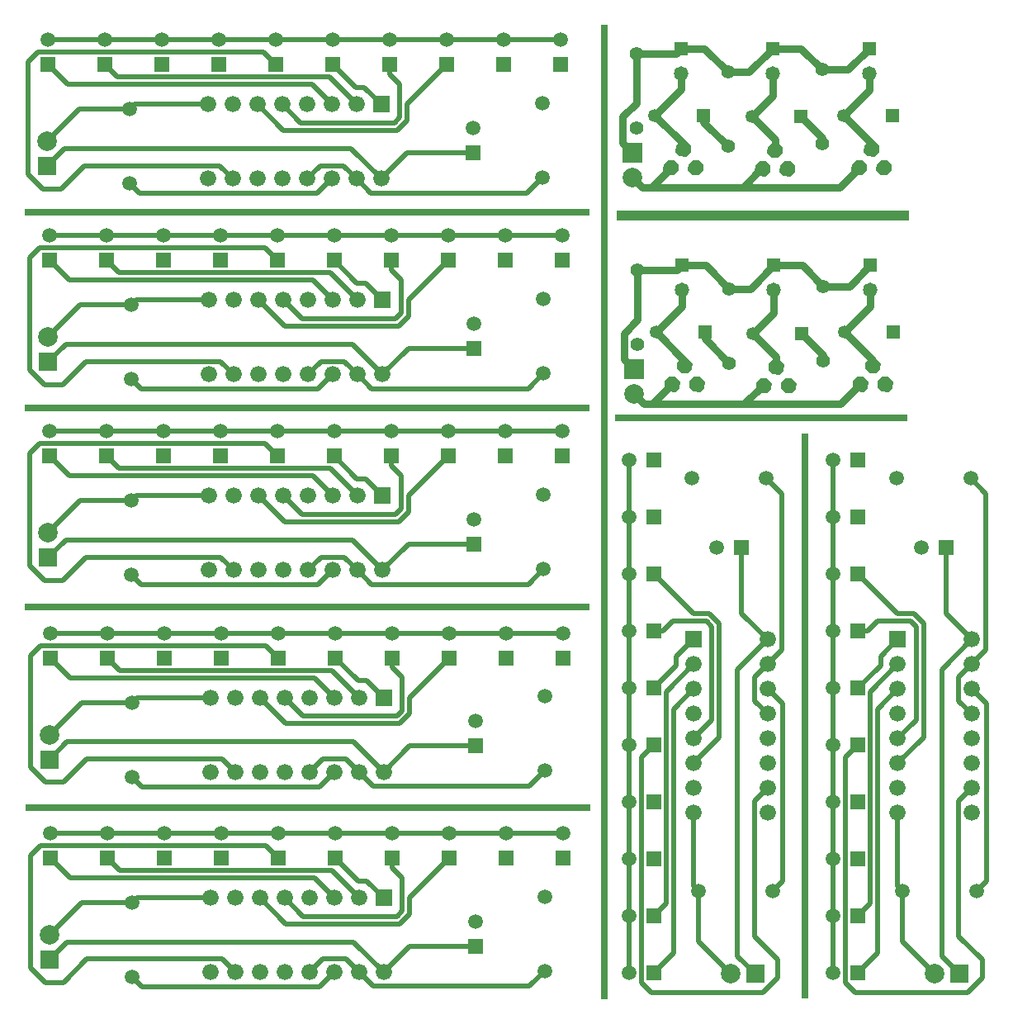
<source format=gbl>
G04 Layer_Physical_Order=2*
G04 Layer_Color=16711680*
%FSLAX25Y25*%
%MOIN*%
G70*
G01*
G75*
%ADD10C,0.03000*%
%ADD11C,0.02000*%
%ADD12R,1.18110X0.03937*%
%ADD13C,0.05512*%
%ADD14C,0.05905*%
%ADD15R,0.07874X0.07874*%
%ADD16C,0.07874*%
%ADD17R,0.05827X0.05827*%
%ADD18C,0.05827*%
%ADD19C,0.05315*%
%ADD20R,0.05315X0.05315*%
%ADD21R,1.18110X0.02756*%
%ADD22R,0.02756X2.28347*%
%ADD23R,0.02756X3.93701*%
%ADD24R,2.28347X0.02756*%
%ADD25R,0.05905X0.05905*%
%ADD26R,0.06600X0.06600*%
%ADD27C,0.06600*%
%ADD28R,0.07480X0.07480*%
%ADD29R,0.05905X0.05905*%
%ADD30R,0.06600X0.06600*%
%ADD31R,0.07480X0.07480*%
G36*
X347363Y349491D02*
X349069Y347629D01*
X348959Y345105D01*
X347097Y343399D01*
X344574Y343509D01*
X342867Y345371D01*
X342978Y347895D01*
X344840Y349601D01*
X347363Y349491D01*
D02*
G37*
G36*
X271363D02*
X273070Y347629D01*
X272959Y345105D01*
X271097Y343399D01*
X268574Y343509D01*
X266867Y345371D01*
X266978Y347895D01*
X268840Y349601D01*
X271363Y349491D01*
D02*
G37*
G36*
X308363Y348991D02*
X310069Y347129D01*
X309959Y344605D01*
X308097Y342899D01*
X305574Y343009D01*
X303868Y344871D01*
X303978Y347395D01*
X305840Y349101D01*
X308363Y348991D01*
D02*
G37*
G36*
X352363Y341991D02*
X354069Y340129D01*
X353959Y337605D01*
X352097Y335899D01*
X349574Y336009D01*
X347867Y337871D01*
X347978Y340395D01*
X349840Y342101D01*
X352363Y341991D01*
D02*
G37*
G36*
X342363D02*
X344070Y340129D01*
X343959Y337605D01*
X342097Y335899D01*
X339574Y336009D01*
X337867Y337871D01*
X337978Y340395D01*
X339840Y342101D01*
X342363Y341991D01*
D02*
G37*
G36*
X276363D02*
X278069Y340129D01*
X277959Y337605D01*
X276097Y335899D01*
X273574Y336009D01*
X271867Y337871D01*
X271978Y340395D01*
X273840Y342101D01*
X276363Y341991D01*
D02*
G37*
G36*
X266363D02*
X268070Y340129D01*
X267959Y337605D01*
X266097Y335899D01*
X263574Y336009D01*
X261867Y337871D01*
X261978Y340395D01*
X263840Y342101D01*
X266363Y341991D01*
D02*
G37*
G36*
X313363Y341491D02*
X315070Y339629D01*
X314959Y337105D01*
X313097Y335399D01*
X310574Y335509D01*
X308868Y337371D01*
X308978Y339895D01*
X310840Y341601D01*
X313363Y341491D01*
D02*
G37*
G36*
X303363D02*
X305069Y339629D01*
X304959Y337105D01*
X303097Y335399D01*
X300574Y335509D01*
X298868Y337371D01*
X298978Y339895D01*
X300840Y341601D01*
X303363Y341491D01*
D02*
G37*
G36*
X347895Y261991D02*
X349601Y260129D01*
X349491Y257605D01*
X347629Y255899D01*
X345105Y256009D01*
X343399Y257871D01*
X343509Y260395D01*
X345371Y262101D01*
X347895Y261991D01*
D02*
G37*
G36*
X271895D02*
X273601Y260129D01*
X273491Y257605D01*
X271629Y255899D01*
X269105Y256009D01*
X267399Y257871D01*
X267509Y260395D01*
X269371Y262101D01*
X271895Y261991D01*
D02*
G37*
G36*
X308895Y261491D02*
X310601Y259629D01*
X310491Y257105D01*
X308629Y255399D01*
X306105Y255509D01*
X304399Y257371D01*
X304509Y259895D01*
X306371Y261601D01*
X308895Y261491D01*
D02*
G37*
G36*
X352895Y254491D02*
X354601Y252629D01*
X354491Y250105D01*
X352629Y248399D01*
X350105Y248509D01*
X348399Y250371D01*
X348509Y252895D01*
X350371Y254601D01*
X352895Y254491D01*
D02*
G37*
G36*
X342895D02*
X344601Y252629D01*
X344491Y250105D01*
X342629Y248399D01*
X340105Y248509D01*
X338399Y250371D01*
X338509Y252895D01*
X340371Y254601D01*
X342895Y254491D01*
D02*
G37*
G36*
X276895D02*
X278601Y252629D01*
X278491Y250105D01*
X276629Y248399D01*
X274105Y248509D01*
X272399Y250371D01*
X272509Y252895D01*
X274371Y254601D01*
X276895Y254491D01*
D02*
G37*
G36*
X266895D02*
X268601Y252629D01*
X268491Y250105D01*
X266629Y248399D01*
X264105Y248509D01*
X262399Y250371D01*
X262509Y252895D01*
X264371Y254601D01*
X266895Y254491D01*
D02*
G37*
G36*
X313895Y253991D02*
X315601Y252129D01*
X315491Y249605D01*
X313629Y247899D01*
X311105Y248009D01*
X309399Y249871D01*
X309509Y252395D01*
X311371Y254101D01*
X313895Y253991D01*
D02*
G37*
G36*
X303895D02*
X305601Y252129D01*
X305491Y249605D01*
X303629Y247899D01*
X301105Y248009D01*
X299399Y249871D01*
X299509Y252395D01*
X301371Y254101D01*
X303895Y253991D01*
D02*
G37*
D10*
X325969Y348500D02*
Y350842D01*
X317311Y359500D02*
X325969Y350842D01*
X278153Y357315D02*
X287968Y347500D01*
X278153Y357315D02*
Y360000D01*
X245468Y349000D02*
X249468Y345000D01*
X245468Y349000D02*
Y359500D01*
X250969Y365000D01*
Y385000D01*
X336469Y378500D02*
X344969Y387000D01*
X325969Y378500D02*
X336469D01*
X317469Y387000D02*
X325969Y378500D01*
X305968Y387000D02*
X317469D01*
X296468Y377500D02*
X305968Y387000D01*
X287968Y377500D02*
X296468D01*
X278468Y387000D02*
X287968Y377500D01*
X268969Y387000D02*
X278468D01*
X266968Y385000D02*
X268969Y387000D01*
X250969Y385000D02*
X266968D01*
X256968Y331000D02*
X293969D01*
X253468D02*
X256968D01*
X264968Y339000D01*
X293969Y331000D02*
X332968D01*
X293969D02*
X301468Y338500D01*
X301969D01*
X332968Y331000D02*
X340968Y339000D01*
X249468Y335000D02*
X253468Y331000D01*
X345969Y346500D02*
Y348657D01*
X334626Y360000D02*
X345969Y348657D01*
X306968Y346000D02*
Y350157D01*
X297626Y359500D02*
X306968Y350157D01*
X269969Y346500D02*
Y348500D01*
X258469Y360000D02*
X269969Y348500D01*
X334626Y360000D02*
X344969Y370342D01*
Y377000D01*
X297626Y359500D02*
X305968Y367843D01*
Y377000D01*
X258469Y360000D02*
X268969Y370500D01*
Y377000D01*
X269500Y283000D02*
Y289500D01*
X259000Y272500D02*
X269500Y283000D01*
X306500Y280343D02*
Y289500D01*
X298158Y272000D02*
X306500Y280343D01*
X345500Y282842D02*
Y289500D01*
X335157Y272500D02*
X345500Y282842D01*
X259000Y272500D02*
X270500Y261000D01*
Y259000D02*
Y261000D01*
X298158Y272000D02*
X307500Y262657D01*
Y258500D02*
Y262657D01*
X335157Y272500D02*
X346500Y261157D01*
Y259000D02*
Y261157D01*
X250000Y247500D02*
X254000Y243500D01*
X333500D02*
X341500Y251500D01*
X302000Y251000D02*
X302500D01*
X294500Y243500D02*
X302000Y251000D01*
X294500Y243500D02*
X333500D01*
X257500D02*
X265500Y251500D01*
X254000Y243500D02*
X257500D01*
X294500D01*
X251500Y297500D02*
X267500D01*
X269500Y299500D01*
X279000D01*
X288500Y290000D01*
X297000D01*
X306500Y299500D01*
X318000D01*
X326500Y291000D01*
X337000D01*
X345500Y299500D01*
X251500Y277500D02*
Y297500D01*
X246000Y272000D02*
X251500Y277500D01*
X246000Y261500D02*
Y272000D01*
Y261500D02*
X250000Y257500D01*
X278685Y269815D02*
Y272500D01*
Y269815D02*
X288500Y260000D01*
X317843Y272000D02*
X326500Y263342D01*
Y261000D02*
Y263342D01*
D11*
X356500Y49000D02*
Y78500D01*
X330500Y83000D02*
Y106000D01*
Y60000D02*
Y83000D01*
Y106000D02*
Y129000D01*
Y37000D02*
Y60000D01*
Y129000D02*
Y152000D01*
Y175000D01*
Y198000D01*
Y221000D01*
Y14000D02*
Y37000D01*
X381200Y123800D02*
X386500Y118500D01*
X381200Y123800D02*
Y133200D01*
X386500Y138500D01*
X348453Y120453D02*
X356500Y128500D01*
X348453Y21953D02*
Y120453D01*
X340500Y14000D02*
X348453Y21953D01*
X376000Y159000D02*
X386500Y148500D01*
X376000Y159000D02*
Y185500D01*
X340500Y152000D02*
X344300D01*
X358500Y26500D02*
X371500Y13500D01*
X358500Y26500D02*
Y47000D01*
X374300Y20700D02*
X381500Y13500D01*
X374300Y20700D02*
Y136300D01*
X386500Y148500D01*
X349600Y141600D02*
X356500Y148500D01*
X349600Y138100D02*
Y141600D01*
X340500Y129000D02*
X349600Y138100D01*
X335500Y101000D02*
X340500Y106000D01*
X335500Y10000D02*
Y101000D01*
X390600Y12000D02*
Y19300D01*
X381200Y28700D02*
X390600Y19300D01*
X381200Y28700D02*
Y83200D01*
X386500Y88500D01*
X340500Y37000D02*
X345453Y41953D01*
Y127453D01*
X356500Y138500D01*
X388500Y47000D02*
X392500Y51000D01*
Y122500D01*
X386500Y128500D02*
X392500Y122500D01*
X386000Y213500D02*
X392200Y207300D01*
Y144200D02*
Y207300D01*
X386500Y138500D02*
X392200Y144200D01*
X356500Y98500D02*
X367000Y109000D01*
X340500Y175000D02*
X356500Y159000D01*
X363000D01*
X367000Y155000D01*
Y109000D02*
Y155000D01*
X356500Y108500D02*
X364000Y116000D01*
Y153757D01*
X361757Y156000D02*
X364000Y153757D01*
X348300Y156000D02*
X361757D01*
X344300Y152000D02*
X348300Y156000D01*
X356500Y49000D02*
X358500Y47000D01*
X384600Y6000D02*
X390600Y12000D01*
X339500Y6000D02*
X384600D01*
X335500Y10000D02*
X339500Y6000D01*
X274000Y49000D02*
Y78500D01*
X248000Y83000D02*
Y106000D01*
Y60000D02*
Y83000D01*
Y106000D02*
Y129000D01*
Y37000D02*
Y60000D01*
Y129000D02*
Y152000D01*
Y175000D01*
Y198000D01*
Y221000D01*
Y14000D02*
Y37000D01*
X298700Y123800D02*
X304000Y118500D01*
X298700Y123800D02*
Y133200D01*
X304000Y138500D01*
X265953Y120453D02*
X274000Y128500D01*
X265953Y21953D02*
Y120453D01*
X258000Y14000D02*
X265953Y21953D01*
X293500Y159000D02*
X304000Y148500D01*
X293500Y159000D02*
Y185500D01*
X258000Y152000D02*
X261800D01*
X276000Y26500D02*
X289000Y13500D01*
X276000Y26500D02*
Y47000D01*
X291800Y20700D02*
X299000Y13500D01*
X291800Y20700D02*
Y136300D01*
X304000Y148500D01*
X267100Y141600D02*
X274000Y148500D01*
X267100Y138100D02*
Y141600D01*
X258000Y129000D02*
X267100Y138100D01*
X253000Y101000D02*
X258000Y106000D01*
X253000Y10000D02*
Y101000D01*
X308100Y12000D02*
Y19300D01*
X298700Y28700D02*
X308100Y19300D01*
X298700Y28700D02*
Y83200D01*
X304000Y88500D01*
X258000Y37000D02*
X262953Y41953D01*
Y127453D01*
X274000Y138500D01*
X306000Y47000D02*
X310000Y51000D01*
Y122500D01*
X304000Y128500D02*
X310000Y122500D01*
X303500Y213500D02*
X309700Y207300D01*
Y144200D02*
Y207300D01*
X304000Y138500D02*
X309700Y144200D01*
X274000Y98500D02*
X284500Y109000D01*
X258000Y175000D02*
X274000Y159000D01*
X280500D01*
X284500Y155000D01*
Y109000D02*
Y155000D01*
X274000Y108500D02*
X281500Y116000D01*
Y153757D01*
X279257Y156000D02*
X281500Y153757D01*
X265800Y156000D02*
X279257D01*
X261800Y152000D02*
X265800Y156000D01*
X274000Y49000D02*
X276000Y47000D01*
X302100Y6000D02*
X308100Y12000D01*
X257000Y6000D02*
X302100D01*
X253000Y10000D02*
X257000Y6000D01*
X49500Y125000D02*
X79000D01*
X83500Y151000D02*
X106500D01*
X60500D02*
X83500D01*
X106500D02*
X129500D01*
X37500D02*
X60500D01*
X129500D02*
X152500D01*
X175500D01*
X198500D01*
X221500D01*
X14500D02*
X37500D01*
X119000Y95000D02*
X124300Y100300D01*
X133700D01*
X139000Y95000D01*
X120953Y133047D02*
X129000Y125000D01*
X22453Y133047D02*
X120953D01*
X14500Y141000D02*
X22453Y133047D01*
X149000Y95000D02*
X159500Y105500D01*
X186000D01*
X152500Y137200D02*
Y141000D01*
X14000Y110000D02*
X27000Y123000D01*
X47500D01*
X14000Y100000D02*
X21200Y107200D01*
X136800D01*
X149000Y95000D01*
X142100Y131900D02*
X149000Y125000D01*
X138600Y131900D02*
X142100D01*
X129500Y141000D02*
X138600Y131900D01*
X101500Y146000D02*
X106500Y141000D01*
X10500Y146000D02*
X101500D01*
X12500Y90900D02*
X19800D01*
X29200Y100300D01*
X83700D01*
X89000Y95000D01*
X37500Y141000D02*
X42453Y136047D01*
X127953D01*
X139000Y125000D01*
X47500Y93000D02*
X51500Y89000D01*
X123000D01*
X129000Y95000D01*
X207800Y89300D02*
X214000Y95500D01*
X144700Y89300D02*
X207800D01*
X139000Y95000D02*
X144700Y89300D01*
X99000Y125000D02*
X109500Y114500D01*
X159500Y125000D02*
X175500Y141000D01*
X159500Y118500D02*
Y125000D01*
X155500Y114500D02*
X159500Y118500D01*
X109500Y114500D02*
X155500D01*
X109000Y125000D02*
X116500Y117500D01*
X154257D01*
X156500Y119743D01*
Y133200D01*
X152500Y137200D02*
X156500Y133200D01*
X47500Y123000D02*
X49500Y125000D01*
X6500Y96900D02*
X12500Y90900D01*
X6500Y96900D02*
Y142000D01*
X10500Y146000D01*
X49000Y206500D02*
X78500D01*
X83000Y232500D02*
X106000D01*
X60000D02*
X83000D01*
X106000D02*
X129000D01*
X37000D02*
X60000D01*
X129000D02*
X152000D01*
X175000D01*
X198000D01*
X221000D01*
X14000D02*
X37000D01*
X118500Y176500D02*
X123800Y181800D01*
X133200D01*
X138500Y176500D01*
X120453Y214547D02*
X128500Y206500D01*
X21953Y214547D02*
X120453D01*
X14000Y222500D02*
X21953Y214547D01*
X148500Y176500D02*
X159000Y187000D01*
X185500D01*
X152000Y218700D02*
Y222500D01*
X13500Y191500D02*
X26500Y204500D01*
X47000D01*
X13500Y181500D02*
X20700Y188700D01*
X136300D01*
X148500Y176500D01*
X141600Y213400D02*
X148500Y206500D01*
X138100Y213400D02*
X141600D01*
X129000Y222500D02*
X138100Y213400D01*
X101000Y227500D02*
X106000Y222500D01*
X10000Y227500D02*
X101000D01*
X12000Y172400D02*
X19300D01*
X28700Y181800D01*
X83200D01*
X88500Y176500D01*
X37000Y222500D02*
X41953Y217547D01*
X127453D01*
X138500Y206500D01*
X47000Y174500D02*
X51000Y170500D01*
X122500D01*
X128500Y176500D01*
X207300Y170800D02*
X213500Y177000D01*
X144200Y170800D02*
X207300D01*
X138500Y176500D02*
X144200Y170800D01*
X98500Y206500D02*
X109000Y196000D01*
X159000Y206500D02*
X175000Y222500D01*
X159000Y200000D02*
Y206500D01*
X155000Y196000D02*
X159000Y200000D01*
X109000Y196000D02*
X155000D01*
X108500Y206500D02*
X116000Y199000D01*
X153757D01*
X156000Y201243D01*
Y214700D01*
X152000Y218700D02*
X156000Y214700D01*
X47000Y204500D02*
X49000Y206500D01*
X6000Y178400D02*
X12000Y172400D01*
X6000Y178400D02*
Y223500D01*
X10000Y227500D01*
X49000Y285500D02*
X78500D01*
X83000Y311500D02*
X106000D01*
X60000D02*
X83000D01*
X106000D02*
X129000D01*
X37000D02*
X60000D01*
X129000D02*
X152000D01*
X175000D01*
X198000D01*
X221000D01*
X14000D02*
X37000D01*
X118500Y255500D02*
X123800Y260800D01*
X133200D01*
X138500Y255500D01*
X120453Y293547D02*
X128500Y285500D01*
X21953Y293547D02*
X120453D01*
X14000Y301500D02*
X21953Y293547D01*
X148500Y255500D02*
X159000Y266000D01*
X185500D01*
X152000Y297700D02*
Y301500D01*
X13500Y270500D02*
X26500Y283500D01*
X47000D01*
X13500Y260500D02*
X20700Y267700D01*
X136300D01*
X148500Y255500D01*
X141600Y292400D02*
X148500Y285500D01*
X138100Y292400D02*
X141600D01*
X129000Y301500D02*
X138100Y292400D01*
X101000Y306500D02*
X106000Y301500D01*
X10000Y306500D02*
X101000D01*
X12000Y251400D02*
X19300D01*
X28700Y260800D01*
X83200D01*
X88500Y255500D01*
X37000Y301500D02*
X41953Y296547D01*
X127453D01*
X138500Y285500D01*
X47000Y253500D02*
X51000Y249500D01*
X122500D01*
X128500Y255500D01*
X207300Y249800D02*
X213500Y256000D01*
X144200Y249800D02*
X207300D01*
X138500Y255500D02*
X144200Y249800D01*
X98500Y285500D02*
X109000Y275000D01*
X159000Y285500D02*
X175000Y301500D01*
X159000Y279000D02*
Y285500D01*
X155000Y275000D02*
X159000Y279000D01*
X109000Y275000D02*
X155000D01*
X108500Y285500D02*
X116000Y278000D01*
X153757D01*
X156000Y280243D01*
Y293700D01*
X152000Y297700D02*
X156000Y293700D01*
X47000Y283500D02*
X49000Y285500D01*
X6000Y257400D02*
X12000Y251400D01*
X6000Y257400D02*
Y302500D01*
X10000Y306500D01*
X48500Y364500D02*
X78000D01*
X82500Y390500D02*
X105500D01*
X59500D02*
X82500D01*
X105500D02*
X128500D01*
X36500D02*
X59500D01*
X128500D02*
X151500D01*
X174500D01*
X197500D01*
X220500D01*
X13500D02*
X36500D01*
X118000Y334500D02*
X123300Y339800D01*
X132700D01*
X138000Y334500D01*
X119953Y372547D02*
X128000Y364500D01*
X21453Y372547D02*
X119953D01*
X13500Y380500D02*
X21453Y372547D01*
X148000Y334500D02*
X158500Y345000D01*
X185000D01*
X151500Y376700D02*
Y380500D01*
X13000Y349500D02*
X26000Y362500D01*
X46500D01*
X13000Y339500D02*
X20200Y346700D01*
X135800D01*
X148000Y334500D01*
X141100Y371400D02*
X148000Y364500D01*
X137600Y371400D02*
X141100D01*
X128500Y380500D02*
X137600Y371400D01*
X100500Y385500D02*
X105500Y380500D01*
X9500Y385500D02*
X100500D01*
X11500Y330400D02*
X18800D01*
X28200Y339800D01*
X82700D01*
X88000Y334500D01*
X36500Y380500D02*
X41453Y375547D01*
X126953D01*
X138000Y364500D01*
X46500Y332500D02*
X50500Y328500D01*
X122000D01*
X128000Y334500D01*
X206800Y328800D02*
X213000Y335000D01*
X143700Y328800D02*
X206800D01*
X138000Y334500D02*
X143700Y328800D01*
X98000Y364500D02*
X108500Y354000D01*
X158500Y364500D02*
X174500Y380500D01*
X158500Y358000D02*
Y364500D01*
X154500Y354000D02*
X158500Y358000D01*
X108500Y354000D02*
X154500D01*
X108000Y364500D02*
X115500Y357000D01*
X153257D01*
X155500Y359243D01*
Y372700D01*
X151500Y376700D02*
X155500Y372700D01*
X46500Y362500D02*
X48500Y364500D01*
X5500Y336400D02*
X11500Y330400D01*
X5500Y336400D02*
Y381500D01*
X9500Y385500D01*
X6500Y61197D02*
X10500Y65197D01*
X6500Y16097D02*
Y61197D01*
Y16097D02*
X12500Y10097D01*
X47500Y42197D02*
X49500Y44197D01*
X152500Y56397D02*
X156500Y52397D01*
Y38939D02*
Y52397D01*
X154257Y36697D02*
X156500Y38939D01*
X116500Y36697D02*
X154257D01*
X109000Y44197D02*
X116500Y36697D01*
X109500Y33697D02*
X155500D01*
X159500Y37697D01*
Y44197D01*
X175500Y60197D01*
X99000Y44197D02*
X109500Y33697D01*
X139000Y14197D02*
X144700Y8497D01*
X207800D01*
X214000Y14697D01*
X123000Y8197D02*
X129000Y14197D01*
X51500Y8197D02*
X123000D01*
X47500Y12197D02*
X51500Y8197D01*
X127953Y55244D02*
X139000Y44197D01*
X42453Y55244D02*
X127953D01*
X37500Y60197D02*
X42453Y55244D01*
X83700Y19497D02*
X89000Y14197D01*
X29200Y19497D02*
X83700D01*
X19800Y10097D02*
X29200Y19497D01*
X12500Y10097D02*
X19800D01*
X10500Y65197D02*
X101500D01*
X106500Y60197D01*
X129500D02*
X138600Y51097D01*
X142100D01*
X149000Y44197D01*
X136800Y26397D02*
X149000Y14197D01*
X21200Y26397D02*
X136800D01*
X14000Y19197D02*
X21200Y26397D01*
X27000Y42197D02*
X47500D01*
X14000Y29197D02*
X27000Y42197D01*
X152500Y56397D02*
Y60197D01*
X159500Y24697D02*
X186000D01*
X149000Y14197D02*
X159500Y24697D01*
X14500Y60197D02*
X22453Y52244D01*
X120953D01*
X129000Y44197D01*
X133700Y19497D02*
X139000Y14197D01*
X124300Y19497D02*
X133700D01*
X119000Y14197D02*
X124300Y19497D01*
X14500Y70197D02*
X37500D01*
X198500D02*
X221500D01*
X175500D02*
X198500D01*
X152500D02*
X175500D01*
X129500D02*
X152500D01*
X37500D02*
X60500D01*
X106500D02*
X129500D01*
X60500D02*
X83500D01*
X106500D01*
X49500Y44197D02*
X79000D01*
D12*
X302000Y319500D02*
D03*
D13*
X325969Y378500D02*
D03*
Y348500D02*
D03*
X287968Y377500D02*
D03*
Y347500D02*
D03*
X250969Y385000D02*
D03*
Y355000D02*
D03*
X251500Y297500D02*
D03*
Y267500D02*
D03*
X288500Y290000D02*
D03*
Y260000D02*
D03*
X326500Y291000D02*
D03*
Y261000D02*
D03*
D14*
X350969Y339000D02*
D03*
X345969Y346500D02*
D03*
X340968Y339000D02*
D03*
X311968Y338500D02*
D03*
X306968Y346000D02*
D03*
X301969Y338500D02*
D03*
X274969Y339000D02*
D03*
X269969Y346500D02*
D03*
X264968Y339000D02*
D03*
X275500Y251500D02*
D03*
X270500Y259000D02*
D03*
X265500Y251500D02*
D03*
X312500Y251000D02*
D03*
X307500Y258500D02*
D03*
X302500Y251000D02*
D03*
X351500Y251500D02*
D03*
X346500Y259000D02*
D03*
X341500Y251500D02*
D03*
X388500Y47000D02*
D03*
X358500D02*
D03*
X330500Y14000D02*
D03*
Y37000D02*
D03*
Y60000D02*
D03*
Y83000D02*
D03*
Y106000D02*
D03*
Y129000D02*
D03*
Y152000D02*
D03*
Y175000D02*
D03*
Y198000D02*
D03*
Y221000D02*
D03*
X356000Y213500D02*
D03*
X386000D02*
D03*
X366000Y185500D02*
D03*
X306000Y47000D02*
D03*
X276000D02*
D03*
X248000Y14000D02*
D03*
Y37000D02*
D03*
Y60000D02*
D03*
Y83000D02*
D03*
Y106000D02*
D03*
Y129000D02*
D03*
Y152000D02*
D03*
Y175000D02*
D03*
Y198000D02*
D03*
Y221000D02*
D03*
X273500Y213500D02*
D03*
X303500D02*
D03*
X283500Y185500D02*
D03*
X47500Y93000D02*
D03*
Y123000D02*
D03*
X14500Y151000D02*
D03*
X37500D02*
D03*
X60500D02*
D03*
X83500D02*
D03*
X106500D02*
D03*
X129500D02*
D03*
X152500D02*
D03*
X175500D02*
D03*
X198500D02*
D03*
X221500D02*
D03*
X214000Y125500D02*
D03*
Y95500D02*
D03*
X186000Y115500D02*
D03*
X47000Y174500D02*
D03*
Y204500D02*
D03*
X14000Y232500D02*
D03*
X37000D02*
D03*
X60000D02*
D03*
X83000D02*
D03*
X106000D02*
D03*
X129000D02*
D03*
X152000D02*
D03*
X175000D02*
D03*
X198000D02*
D03*
X221000D02*
D03*
X213500Y207000D02*
D03*
Y177000D02*
D03*
X185500Y197000D02*
D03*
X47000Y253500D02*
D03*
Y283500D02*
D03*
X14000Y311500D02*
D03*
X37000D02*
D03*
X60000D02*
D03*
X83000D02*
D03*
X106000D02*
D03*
X129000D02*
D03*
X152000D02*
D03*
X175000D02*
D03*
X198000D02*
D03*
X221000D02*
D03*
X213500Y286000D02*
D03*
Y256000D02*
D03*
X185500Y276000D02*
D03*
X46500Y332500D02*
D03*
Y362500D02*
D03*
X13500Y390500D02*
D03*
X36500D02*
D03*
X59500D02*
D03*
X82500D02*
D03*
X105500D02*
D03*
X128500D02*
D03*
X151500D02*
D03*
X174500D02*
D03*
X197500D02*
D03*
X220500D02*
D03*
X213000Y365000D02*
D03*
Y335000D02*
D03*
X185000Y355000D02*
D03*
X214000Y44697D02*
D03*
Y14697D02*
D03*
X186000Y34697D02*
D03*
X47500Y12197D02*
D03*
Y42197D02*
D03*
X221500Y70197D02*
D03*
X198500D02*
D03*
X175500D02*
D03*
X152500D02*
D03*
X129500D02*
D03*
X106500D02*
D03*
X83500D02*
D03*
X60500D02*
D03*
X37500D02*
D03*
X14500D02*
D03*
D15*
X249468Y345000D02*
D03*
X250000Y257500D02*
D03*
D16*
X249468Y335000D02*
D03*
X250000Y247500D02*
D03*
X371500Y13500D02*
D03*
X289000D02*
D03*
X14000Y110000D02*
D03*
X13500Y191500D02*
D03*
Y270500D02*
D03*
X13000Y349500D02*
D03*
X14000Y29197D02*
D03*
D17*
X344969Y387000D02*
D03*
X305968D02*
D03*
X268969D02*
D03*
X269500Y299500D02*
D03*
X306500D02*
D03*
X345500D02*
D03*
D18*
X344969Y377000D02*
D03*
X305968D02*
D03*
X268969D02*
D03*
X269500Y289500D02*
D03*
X306500D02*
D03*
X345500D02*
D03*
D19*
X334626Y360000D02*
D03*
X297626Y359500D02*
D03*
X258469Y360000D02*
D03*
X259000Y272500D02*
D03*
X298158Y272000D02*
D03*
X335157Y272500D02*
D03*
D20*
X354311Y360000D02*
D03*
X317311Y359500D02*
D03*
X278153Y360000D02*
D03*
X278685Y272500D02*
D03*
X317843Y272000D02*
D03*
X354842Y272500D02*
D03*
D21*
X301500Y238000D02*
D03*
D22*
X319000Y117500D02*
D03*
D23*
X238000Y200000D02*
D03*
D24*
X118500Y80500D02*
D03*
X118000Y161500D02*
D03*
Y242000D02*
D03*
Y321000D02*
D03*
D25*
X340500Y14000D02*
D03*
Y37000D02*
D03*
Y60000D02*
D03*
Y83000D02*
D03*
Y106000D02*
D03*
Y129000D02*
D03*
Y152000D02*
D03*
Y175000D02*
D03*
Y198000D02*
D03*
Y221000D02*
D03*
X376000Y185500D02*
D03*
X258000Y14000D02*
D03*
Y37000D02*
D03*
Y60000D02*
D03*
Y83000D02*
D03*
Y106000D02*
D03*
Y129000D02*
D03*
Y152000D02*
D03*
Y175000D02*
D03*
Y198000D02*
D03*
Y221000D02*
D03*
X293500Y185500D02*
D03*
D26*
X356500Y148500D02*
D03*
X274000D02*
D03*
D27*
X356500Y138500D02*
D03*
Y128500D02*
D03*
Y118500D02*
D03*
Y108500D02*
D03*
Y98500D02*
D03*
Y88500D02*
D03*
Y78500D02*
D03*
X386500D02*
D03*
Y88500D02*
D03*
Y98500D02*
D03*
Y108500D02*
D03*
Y118500D02*
D03*
Y128500D02*
D03*
Y138500D02*
D03*
Y148500D02*
D03*
X274000Y138500D02*
D03*
Y128500D02*
D03*
Y118500D02*
D03*
Y108500D02*
D03*
Y98500D02*
D03*
Y88500D02*
D03*
Y78500D02*
D03*
X304000D02*
D03*
Y88500D02*
D03*
Y98500D02*
D03*
Y108500D02*
D03*
Y118500D02*
D03*
Y128500D02*
D03*
Y138500D02*
D03*
Y148500D02*
D03*
X139000Y125000D02*
D03*
X129000D02*
D03*
X119000D02*
D03*
X109000D02*
D03*
X99000D02*
D03*
X89000D02*
D03*
X79000D02*
D03*
Y95000D02*
D03*
X89000D02*
D03*
X99000D02*
D03*
X109000D02*
D03*
X119000D02*
D03*
X129000D02*
D03*
X139000D02*
D03*
X149000D02*
D03*
X138500Y206500D02*
D03*
X128500D02*
D03*
X118500D02*
D03*
X108500D02*
D03*
X98500D02*
D03*
X88500D02*
D03*
X78500D02*
D03*
Y176500D02*
D03*
X88500D02*
D03*
X98500D02*
D03*
X108500D02*
D03*
X118500D02*
D03*
X128500D02*
D03*
X138500D02*
D03*
X148500D02*
D03*
X138500Y285500D02*
D03*
X128500D02*
D03*
X118500D02*
D03*
X108500D02*
D03*
X98500D02*
D03*
X88500D02*
D03*
X78500D02*
D03*
Y255500D02*
D03*
X88500D02*
D03*
X98500D02*
D03*
X108500D02*
D03*
X118500D02*
D03*
X128500D02*
D03*
X138500D02*
D03*
X148500D02*
D03*
X138000Y364500D02*
D03*
X128000D02*
D03*
X118000D02*
D03*
X108000D02*
D03*
X98000D02*
D03*
X88000D02*
D03*
X78000D02*
D03*
Y334500D02*
D03*
X88000D02*
D03*
X98000D02*
D03*
X108000D02*
D03*
X118000D02*
D03*
X128000D02*
D03*
X138000D02*
D03*
X148000D02*
D03*
X139000Y44197D02*
D03*
X129000D02*
D03*
X119000D02*
D03*
X109000D02*
D03*
X99000D02*
D03*
X89000D02*
D03*
X79000D02*
D03*
Y14197D02*
D03*
X89000D02*
D03*
X99000D02*
D03*
X109000D02*
D03*
X119000D02*
D03*
X129000D02*
D03*
X139000D02*
D03*
X149000D02*
D03*
D28*
X381500Y13500D02*
D03*
X299000D02*
D03*
D29*
X14500Y141000D02*
D03*
X37500D02*
D03*
X60500D02*
D03*
X83500D02*
D03*
X106500D02*
D03*
X129500D02*
D03*
X152500D02*
D03*
X175500D02*
D03*
X198500D02*
D03*
X221500D02*
D03*
X186000Y105500D02*
D03*
X14000Y222500D02*
D03*
X37000D02*
D03*
X60000D02*
D03*
X83000D02*
D03*
X106000D02*
D03*
X129000D02*
D03*
X152000D02*
D03*
X175000D02*
D03*
X198000D02*
D03*
X221000D02*
D03*
X185500Y187000D02*
D03*
X14000Y301500D02*
D03*
X37000D02*
D03*
X60000D02*
D03*
X83000D02*
D03*
X106000D02*
D03*
X129000D02*
D03*
X152000D02*
D03*
X175000D02*
D03*
X198000D02*
D03*
X221000D02*
D03*
X185500Y266000D02*
D03*
X13500Y380500D02*
D03*
X36500D02*
D03*
X59500D02*
D03*
X82500D02*
D03*
X105500D02*
D03*
X128500D02*
D03*
X151500D02*
D03*
X174500D02*
D03*
X197500D02*
D03*
X220500D02*
D03*
X185000Y345000D02*
D03*
X186000Y24697D02*
D03*
X221500Y60197D02*
D03*
X198500D02*
D03*
X175500D02*
D03*
X152500D02*
D03*
X129500D02*
D03*
X106500D02*
D03*
X83500D02*
D03*
X60500D02*
D03*
X37500D02*
D03*
X14500D02*
D03*
D30*
X149000Y125000D02*
D03*
X148500Y206500D02*
D03*
Y285500D02*
D03*
X148000Y364500D02*
D03*
X149000Y44197D02*
D03*
D31*
X14000Y100000D02*
D03*
X13500Y181500D02*
D03*
Y260500D02*
D03*
X13000Y339500D02*
D03*
X14000Y19197D02*
D03*
M02*

</source>
